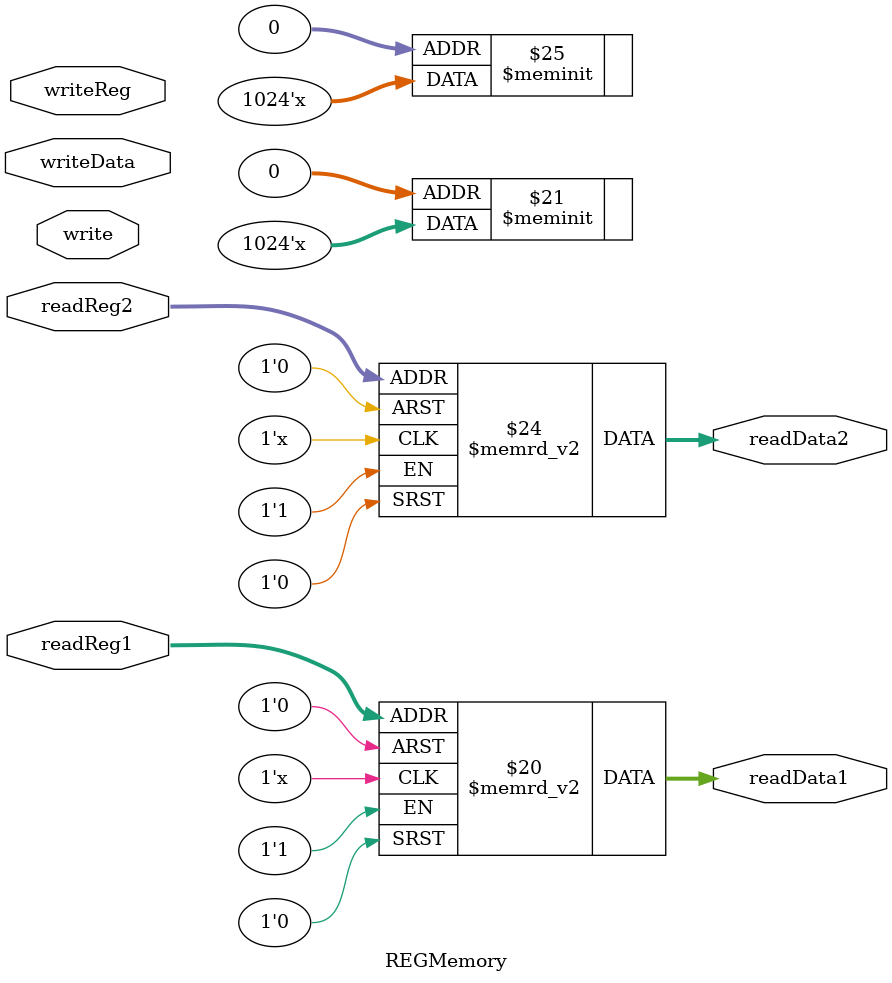
<source format=v>
module REGMemory(input [4:0] readReg1,readReg2,writeReg,
							input [31:0] writeData,
							input write,
							output reg [31:0] readData1,readData2);

	// Declare RMEM file 32 register 32 bit 
	reg [31:0] RMEM [0:31];
	
	//verilen registerların içeriğini outpulara yaz
	always @(readReg1 or readReg2 or writeReg or writeData or write)
	begin
		readData1 = RMEM[readReg1];
		readData2 = RMEM[readReg2];
		
		if(write == 1'b1 && writeReg != 5'b00000) begin
			RMEM[writeReg] = writeData;	
		end		
		
	end	
endmodule 
</source>
